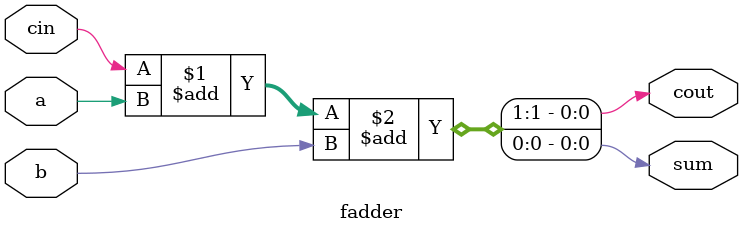
<source format=sv>
module top_module(
    input [2:0] a, b,
    input cin,
    output [2:0] cout,
    output [2:0] sum );

    fadder f_adder_u1(
        .a(a[0]),
        .b(b[0]),
        .cin(cin),
        .cout(cout[0]),
        .sum(sum[0])
    );

    fadder f_adder_u2(
        .a(a[1]),
        .b(b[1]),
        .cin(cout[0]),
        .cout(cout[1]),
        .sum(sum[1])
    );

    fadder f_adder_u3(
        .a(a[2]),
        .b(b[2]),
        .cin(cout[1]),
        .cout(cout[2]),
        .sum(sum[2])
    );

endmodule

module fadder(
    input a, b, cin,
    output cout, sum );

    assign {cout, sum} = cin + a + b;

endmodule
</source>
